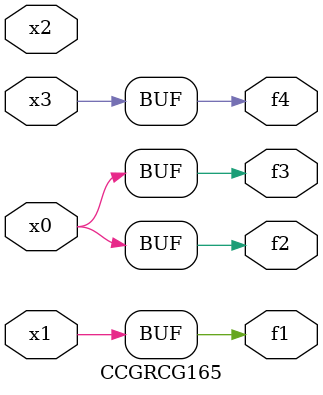
<source format=v>
module CCGRCG165(
	input x0, x1, x2, x3,
	output f1, f2, f3, f4
);
	assign f1 = x1;
	assign f2 = x0;
	assign f3 = x0;
	assign f4 = x3;
endmodule

</source>
